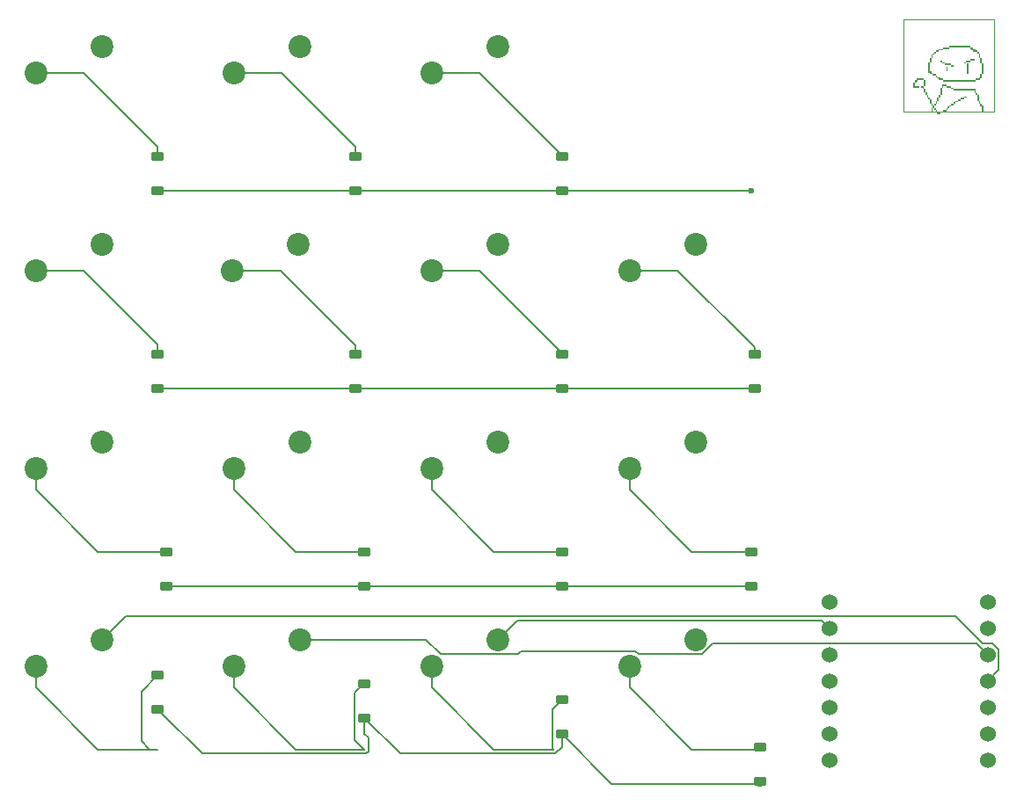
<source format=gbr>
%TF.GenerationSoftware,KiCad,Pcbnew,9.0.2*%
%TF.CreationDate,2025-06-27T23:38:42-07:00*%
%TF.ProjectId,bigMacro,6269674d-6163-4726-9f2e-6b696361645f,rev?*%
%TF.SameCoordinates,Original*%
%TF.FileFunction,Copper,L1,Top*%
%TF.FilePolarity,Positive*%
%FSLAX46Y46*%
G04 Gerber Fmt 4.6, Leading zero omitted, Abs format (unit mm)*
G04 Created by KiCad (PCBNEW 9.0.2) date 2025-06-27 23:38:42*
%MOMM*%
%LPD*%
G01*
G04 APERTURE LIST*
G04 Aperture macros list*
%AMRoundRect*
0 Rectangle with rounded corners*
0 $1 Rounding radius*
0 $2 $3 $4 $5 $6 $7 $8 $9 X,Y pos of 4 corners*
0 Add a 4 corners polygon primitive as box body*
4,1,4,$2,$3,$4,$5,$6,$7,$8,$9,$2,$3,0*
0 Add four circle primitives for the rounded corners*
1,1,$1+$1,$2,$3*
1,1,$1+$1,$4,$5*
1,1,$1+$1,$6,$7*
1,1,$1+$1,$8,$9*
0 Add four rect primitives between the rounded corners*
20,1,$1+$1,$2,$3,$4,$5,0*
20,1,$1+$1,$4,$5,$6,$7,0*
20,1,$1+$1,$6,$7,$8,$9,0*
20,1,$1+$1,$8,$9,$2,$3,0*%
G04 Aperture macros list end*
%TA.AperFunction,EtchedComponent*%
%ADD10C,0.000000*%
%TD*%
%TA.AperFunction,ComponentPad*%
%ADD11C,2.200000*%
%TD*%
%TA.AperFunction,SMDPad,CuDef*%
%ADD12RoundRect,0.225000X0.375000X-0.225000X0.375000X0.225000X-0.375000X0.225000X-0.375000X-0.225000X0*%
%TD*%
%TA.AperFunction,ComponentPad*%
%ADD13C,1.524000*%
%TD*%
%TA.AperFunction,ViaPad*%
%ADD14C,0.600000*%
%TD*%
%TA.AperFunction,Conductor*%
%ADD15C,0.200000*%
%TD*%
G04 APERTURE END LIST*
D10*
%TA.AperFunction,EtchedComponent*%
%TO.C,G\u002A\u002A\u002A*%
G36*
X123079992Y-40439661D02*
G01*
X123079992Y-40582760D01*
X123008443Y-40582760D01*
X122936894Y-40582760D01*
X122936894Y-40439661D01*
X122936894Y-40296563D01*
X123008443Y-40296563D01*
X123079992Y-40296563D01*
X123079992Y-40439661D01*
G37*
%TD.AperFunction*%
%TA.AperFunction,EtchedComponent*%
G36*
X123223091Y-40725858D02*
G01*
X123223091Y-40868957D01*
X123151542Y-40868957D01*
X123079992Y-40868957D01*
X123079992Y-40725858D01*
X123079992Y-40582760D01*
X123151542Y-40582760D01*
X123223091Y-40582760D01*
X123223091Y-40725858D01*
G37*
%TD.AperFunction*%
%TA.AperFunction,EtchedComponent*%
G36*
X123366189Y-41012056D02*
G01*
X123366189Y-41155154D01*
X123294640Y-41155154D01*
X123223091Y-41155154D01*
X123223091Y-41012056D01*
X123223091Y-40868957D01*
X123294640Y-40868957D01*
X123366189Y-40868957D01*
X123366189Y-41012056D01*
G37*
%TD.AperFunction*%
%TA.AperFunction,EtchedComponent*%
G36*
X123509288Y-41226704D02*
G01*
X123509288Y-41298253D01*
X123437739Y-41298253D01*
X123366189Y-41298253D01*
X123366189Y-41226704D01*
X123366189Y-41155154D01*
X123437739Y-41155154D01*
X123509288Y-41155154D01*
X123509288Y-41226704D01*
G37*
%TD.AperFunction*%
%TA.AperFunction,EtchedComponent*%
G36*
X123652387Y-41512901D02*
G01*
X123652387Y-41727549D01*
X123580837Y-41727549D01*
X123509288Y-41727549D01*
X123509288Y-41512901D01*
X123509288Y-41298253D01*
X123580837Y-41298253D01*
X123652387Y-41298253D01*
X123652387Y-41512901D01*
G37*
%TD.AperFunction*%
%TA.AperFunction,EtchedComponent*%
G36*
X124081682Y-38937126D02*
G01*
X124081682Y-39008675D01*
X123938584Y-39008675D01*
X123795485Y-39008675D01*
X123795485Y-38937126D01*
X123795485Y-38865577D01*
X123938584Y-38865577D01*
X124081682Y-38865577D01*
X124081682Y-38937126D01*
G37*
%TD.AperFunction*%
%TA.AperFunction,EtchedComponent*%
G36*
X124081682Y-42228394D02*
G01*
X124081682Y-42299943D01*
X124010133Y-42299943D01*
X123938584Y-42299943D01*
X123938584Y-42228394D01*
X123938584Y-42156844D01*
X124010133Y-42156844D01*
X124081682Y-42156844D01*
X124081682Y-42228394D01*
G37*
%TD.AperFunction*%
%TA.AperFunction,EtchedComponent*%
G36*
X124224781Y-39080225D02*
G01*
X124224781Y-39151774D01*
X124153232Y-39151774D01*
X124081682Y-39151774D01*
X124081682Y-39080225D01*
X124081682Y-39008675D01*
X124153232Y-39008675D01*
X124224781Y-39008675D01*
X124224781Y-39080225D01*
G37*
%TD.AperFunction*%
%TA.AperFunction,EtchedComponent*%
G36*
X124654077Y-37649239D02*
G01*
X124654077Y-37720788D01*
X124582528Y-37720788D01*
X124510978Y-37720788D01*
X124510978Y-37649239D01*
X124510978Y-37577689D01*
X124582528Y-37577689D01*
X124654077Y-37577689D01*
X124654077Y-37649239D01*
G37*
%TD.AperFunction*%
%TA.AperFunction,EtchedComponent*%
G36*
X124940274Y-37792337D02*
G01*
X124940274Y-37863887D01*
X124797175Y-37863887D01*
X124654077Y-37863887D01*
X124654077Y-37792337D01*
X124654077Y-37720788D01*
X124797175Y-37720788D01*
X124940274Y-37720788D01*
X124940274Y-37792337D01*
G37*
%TD.AperFunction*%
%TA.AperFunction,EtchedComponent*%
G36*
X125226471Y-38364732D02*
G01*
X125226471Y-38579380D01*
X125154922Y-38579380D01*
X125083373Y-38579380D01*
X125083373Y-38364732D01*
X125083373Y-38150084D01*
X125154922Y-38150084D01*
X125226471Y-38150084D01*
X125226471Y-38364732D01*
G37*
%TD.AperFunction*%
%TA.AperFunction,EtchedComponent*%
G36*
X125512668Y-37935436D02*
G01*
X125512668Y-38006985D01*
X125226471Y-38006985D01*
X124940274Y-38006985D01*
X124940274Y-37935436D01*
X124940274Y-37863887D01*
X125226471Y-37863887D01*
X125512668Y-37863887D01*
X125512668Y-37935436D01*
G37*
%TD.AperFunction*%
%TA.AperFunction,EtchedComponent*%
G36*
X125512668Y-40081915D02*
G01*
X125512668Y-40153464D01*
X125298020Y-40153464D01*
X125083373Y-40153464D01*
X125083373Y-40081915D01*
X125083373Y-40010365D01*
X125298020Y-40010365D01*
X125512668Y-40010365D01*
X125512668Y-40081915D01*
G37*
%TD.AperFunction*%
%TA.AperFunction,EtchedComponent*%
G36*
X125798866Y-38078534D02*
G01*
X125798866Y-38150084D01*
X125655767Y-38150084D01*
X125512668Y-38150084D01*
X125512668Y-38078534D01*
X125512668Y-38006985D01*
X125655767Y-38006985D01*
X125798866Y-38006985D01*
X125798866Y-38078534D01*
G37*
%TD.AperFunction*%
%TA.AperFunction,EtchedComponent*%
G36*
X125798866Y-40225013D02*
G01*
X125798866Y-40296563D01*
X125655767Y-40296563D01*
X125512668Y-40296563D01*
X125512668Y-40225013D01*
X125512668Y-40153464D01*
X125655767Y-40153464D01*
X125798866Y-40153464D01*
X125798866Y-40225013D01*
G37*
%TD.AperFunction*%
%TA.AperFunction,EtchedComponent*%
G36*
X127229851Y-38364732D02*
G01*
X127229851Y-38865577D01*
X127158302Y-38865577D01*
X127086753Y-38865577D01*
X127086753Y-38364732D01*
X127086753Y-37863887D01*
X127158302Y-37863887D01*
X127229851Y-37863887D01*
X127229851Y-38364732D01*
G37*
%TD.AperFunction*%
%TA.AperFunction,EtchedComponent*%
G36*
X128088443Y-40797408D02*
G01*
X128088443Y-40868957D01*
X128016894Y-40868957D01*
X127945344Y-40868957D01*
X127945344Y-40797408D01*
X127945344Y-40725858D01*
X128016894Y-40725858D01*
X128088443Y-40725858D01*
X128088443Y-40797408D01*
G37*
%TD.AperFunction*%
%TA.AperFunction,EtchedComponent*%
G36*
X128231542Y-36790647D02*
G01*
X128231542Y-36862196D01*
X128159992Y-36862196D01*
X128088443Y-36862196D01*
X128088443Y-36790647D01*
X128088443Y-36719098D01*
X128159992Y-36719098D01*
X128231542Y-36719098D01*
X128231542Y-36790647D01*
G37*
%TD.AperFunction*%
%TA.AperFunction,EtchedComponent*%
G36*
X128231542Y-41155154D02*
G01*
X128231542Y-41441351D01*
X128159992Y-41441351D01*
X128088443Y-41441351D01*
X128088443Y-41155154D01*
X128088443Y-40868957D01*
X128159992Y-40868957D01*
X128231542Y-40868957D01*
X128231542Y-41155154D01*
G37*
%TD.AperFunction*%
%TA.AperFunction,EtchedComponent*%
G36*
X128374640Y-37076844D02*
G01*
X128374640Y-37291492D01*
X128303091Y-37291492D01*
X128231542Y-37291492D01*
X128231542Y-37076844D01*
X128231542Y-36862196D01*
X128303091Y-36862196D01*
X128374640Y-36862196D01*
X128374640Y-37076844D01*
G37*
%TD.AperFunction*%
%TA.AperFunction,EtchedComponent*%
G36*
X128374640Y-41584450D02*
G01*
X128374640Y-41727549D01*
X128303091Y-41727549D01*
X128231542Y-41727549D01*
X128231542Y-41584450D01*
X128231542Y-41441351D01*
X128303091Y-41441351D01*
X128374640Y-41441351D01*
X128374640Y-41584450D01*
G37*
%TD.AperFunction*%
%TA.AperFunction,EtchedComponent*%
G36*
X128517739Y-37577689D02*
G01*
X128517739Y-37863887D01*
X128446189Y-37863887D01*
X128374640Y-37863887D01*
X128374640Y-37577689D01*
X128374640Y-37291492D01*
X128446189Y-37291492D01*
X128517739Y-37291492D01*
X128517739Y-37577689D01*
G37*
%TD.AperFunction*%
%TA.AperFunction,EtchedComponent*%
G36*
X127945344Y-40511211D02*
G01*
X127945344Y-40725858D01*
X127873795Y-40725858D01*
X127802246Y-40725858D01*
X127802246Y-40582760D01*
X127802246Y-40439661D01*
X126800556Y-40439661D01*
X125798866Y-40439661D01*
X125798866Y-40368112D01*
X125798866Y-40296563D01*
X126872105Y-40296563D01*
X127945344Y-40296563D01*
X127945344Y-40511211D01*
G37*
%TD.AperFunction*%
%TA.AperFunction,EtchedComponent*%
G36*
X123079992Y-39724168D02*
G01*
X123079992Y-40010365D01*
X123008443Y-40010365D01*
X122936894Y-40010365D01*
X122936894Y-40153464D01*
X122936894Y-40296563D01*
X122865344Y-40296563D01*
X122793795Y-40296563D01*
X122793795Y-40225013D01*
X122793795Y-40153464D01*
X122722246Y-40153464D01*
X122650697Y-40153464D01*
X122650697Y-40081915D01*
X122650697Y-40010365D01*
X122793795Y-40010365D01*
X122936894Y-40010365D01*
X122936894Y-39724168D01*
X122936894Y-39437971D01*
X123008443Y-39437971D01*
X123079992Y-39437971D01*
X123079992Y-39724168D01*
G37*
%TD.AperFunction*%
%TA.AperFunction,EtchedComponent*%
G36*
X127659147Y-36361351D02*
G01*
X127659147Y-36432901D01*
X127802246Y-36432901D01*
X127945344Y-36432901D01*
X127945344Y-36504450D01*
X127945344Y-36575999D01*
X128016894Y-36575999D01*
X128088443Y-36575999D01*
X128088443Y-36647549D01*
X128088443Y-36719098D01*
X127873795Y-36719098D01*
X127659147Y-36719098D01*
X127659147Y-36647549D01*
X127659147Y-36575999D01*
X127587598Y-36575999D01*
X127516049Y-36575999D01*
X127516049Y-36504450D01*
X127516049Y-36432901D01*
X127444499Y-36432901D01*
X127372950Y-36432901D01*
X127372950Y-36361351D01*
X127372950Y-36289802D01*
X127516049Y-36289802D01*
X127659147Y-36289802D01*
X127659147Y-36361351D01*
G37*
%TD.AperFunction*%
%TA.AperFunction,EtchedComponent*%
G36*
X127802246Y-37506140D02*
G01*
X127802246Y-37577689D01*
X127587598Y-37577689D01*
X127372950Y-37577689D01*
X127372950Y-37649239D01*
X127372950Y-37720788D01*
X127158302Y-37720788D01*
X126943654Y-37720788D01*
X126943654Y-37792337D01*
X126943654Y-37863887D01*
X126872105Y-37863887D01*
X126800556Y-37863887D01*
X126800556Y-37792337D01*
X126800556Y-37720788D01*
X126872105Y-37720788D01*
X126943654Y-37720788D01*
X126943654Y-37649239D01*
X126943654Y-37577689D01*
X127158302Y-37577689D01*
X127372950Y-37577689D01*
X127372950Y-37506140D01*
X127372950Y-37434591D01*
X127587598Y-37434591D01*
X127802246Y-37434591D01*
X127802246Y-37506140D01*
G37*
%TD.AperFunction*%
%TA.AperFunction,EtchedComponent*%
G36*
X122936894Y-39366422D02*
G01*
X122936894Y-39437971D01*
X122650697Y-39437971D01*
X122364499Y-39437971D01*
X122364499Y-39509520D01*
X122364499Y-39581070D01*
X122292950Y-39581070D01*
X122221401Y-39581070D01*
X122221401Y-39652619D01*
X122221401Y-39724168D01*
X122149851Y-39724168D01*
X122078302Y-39724168D01*
X122078302Y-39867267D01*
X122078302Y-40010365D01*
X122292950Y-40010365D01*
X122507598Y-40010365D01*
X122507598Y-40081915D01*
X122507598Y-40153464D01*
X122221401Y-40153464D01*
X121935204Y-40153464D01*
X121935204Y-39938816D01*
X121935204Y-39724168D01*
X122006753Y-39724168D01*
X122078302Y-39724168D01*
X122078302Y-39581070D01*
X122078302Y-39437971D01*
X122149851Y-39437971D01*
X122221401Y-39437971D01*
X122221401Y-39366422D01*
X122221401Y-39294873D01*
X122579147Y-39294873D01*
X122936894Y-39294873D01*
X122936894Y-39366422D01*
G37*
%TD.AperFunction*%
%TA.AperFunction,EtchedComponent*%
G36*
X128660837Y-38364732D02*
G01*
X128660837Y-38865577D01*
X128589288Y-38865577D01*
X128517739Y-38865577D01*
X128517739Y-39080225D01*
X128517739Y-39294873D01*
X128446189Y-39294873D01*
X128374640Y-39294873D01*
X128374640Y-39366422D01*
X128374640Y-39437971D01*
X128159992Y-39437971D01*
X127945344Y-39437971D01*
X127945344Y-39509520D01*
X127945344Y-39581070D01*
X126371260Y-39581070D01*
X124797175Y-39581070D01*
X124797175Y-39509520D01*
X124797175Y-39437971D01*
X124582528Y-39437971D01*
X124367880Y-39437971D01*
X124367880Y-39366422D01*
X124367880Y-39294873D01*
X124296330Y-39294873D01*
X124224781Y-39294873D01*
X124224781Y-39223323D01*
X124224781Y-39151774D01*
X124367880Y-39151774D01*
X124510978Y-39151774D01*
X124510978Y-39223323D01*
X124510978Y-39294873D01*
X124654077Y-39294873D01*
X124797175Y-39294873D01*
X124797175Y-39366422D01*
X124797175Y-39437971D01*
X126371260Y-39437971D01*
X127945344Y-39437971D01*
X127945344Y-39366422D01*
X127945344Y-39294873D01*
X128088443Y-39294873D01*
X128231542Y-39294873D01*
X128231542Y-39223323D01*
X128231542Y-39151774D01*
X128303091Y-39151774D01*
X128374640Y-39151774D01*
X128374640Y-39008675D01*
X128374640Y-38865577D01*
X128446189Y-38865577D01*
X128517739Y-38865577D01*
X128517739Y-38364732D01*
X128517739Y-37863887D01*
X128589288Y-37863887D01*
X128660837Y-37863887D01*
X128660837Y-38364732D01*
G37*
%TD.AperFunction*%
%TA.AperFunction,EtchedComponent*%
G36*
X129805626Y-38078534D02*
G01*
X129805626Y-42586140D01*
X127158302Y-42586140D01*
X124510978Y-42586140D01*
X124510978Y-42657689D01*
X124510978Y-42729239D01*
X124367880Y-42729239D01*
X124224781Y-42729239D01*
X124224781Y-42657689D01*
X124224781Y-42586140D01*
X122579147Y-42586140D01*
X120933513Y-42586140D01*
X120933513Y-42443042D01*
X121076612Y-42443042D01*
X122364499Y-42443042D01*
X123652387Y-42443042D01*
X123652387Y-42299943D01*
X123652387Y-42156844D01*
X123723936Y-42156844D01*
X123795485Y-42156844D01*
X123795485Y-42299943D01*
X123795485Y-42443042D01*
X123938584Y-42443042D01*
X124081682Y-42443042D01*
X124081682Y-42371492D01*
X124081682Y-42299943D01*
X124153232Y-42299943D01*
X124224781Y-42299943D01*
X124224781Y-42371492D01*
X124224781Y-42443042D01*
X124510978Y-42443042D01*
X124797175Y-42443042D01*
X124797175Y-42371492D01*
X124797175Y-42299943D01*
X124940274Y-42299943D01*
X125083373Y-42299943D01*
X125083373Y-42371492D01*
X125083373Y-42443042D01*
X126800556Y-42443042D01*
X128517739Y-42443042D01*
X128517739Y-42228394D01*
X128517739Y-42013746D01*
X128446189Y-42013746D01*
X128374640Y-42013746D01*
X128374640Y-41870647D01*
X128374640Y-41727549D01*
X128446189Y-41727549D01*
X128517739Y-41727549D01*
X128517739Y-41799098D01*
X128517739Y-41870647D01*
X128589288Y-41870647D01*
X128660837Y-41870647D01*
X128660837Y-42156844D01*
X128660837Y-42443042D01*
X129161682Y-42443042D01*
X129662528Y-42443042D01*
X129662528Y-38078534D01*
X129662528Y-33714027D01*
X125369570Y-33714027D01*
X121076612Y-33714027D01*
X121076612Y-38078534D01*
X121076612Y-42443042D01*
X120933513Y-42443042D01*
X120933513Y-38078534D01*
X120933513Y-33570929D01*
X125369570Y-33570929D01*
X129805626Y-33570929D01*
X129805626Y-38078534D01*
G37*
%TD.AperFunction*%
%TA.AperFunction,EtchedComponent*%
G36*
X125083373Y-39938816D02*
G01*
X125083373Y-40010365D01*
X124940274Y-40010365D01*
X124797175Y-40010365D01*
X124797175Y-40081915D01*
X124797175Y-40153464D01*
X124725626Y-40153464D01*
X124654077Y-40153464D01*
X124654077Y-40511211D01*
X124654077Y-40868957D01*
X124582528Y-40868957D01*
X124510978Y-40868957D01*
X124510978Y-41012056D01*
X124510978Y-41155154D01*
X124439429Y-41155154D01*
X124367880Y-41155154D01*
X124367880Y-41298253D01*
X124367880Y-41441351D01*
X124296330Y-41441351D01*
X124224781Y-41441351D01*
X124224781Y-41584450D01*
X124224781Y-41727549D01*
X124153232Y-41727549D01*
X124081682Y-41727549D01*
X124081682Y-41799098D01*
X124081682Y-41870647D01*
X124010133Y-41870647D01*
X123938584Y-41870647D01*
X123938584Y-42013746D01*
X123938584Y-42156844D01*
X123867035Y-42156844D01*
X123795485Y-42156844D01*
X123795485Y-42013746D01*
X123795485Y-41870647D01*
X123723936Y-41870647D01*
X123652387Y-41870647D01*
X123652387Y-41799098D01*
X123652387Y-41727549D01*
X123723936Y-41727549D01*
X123795485Y-41727549D01*
X123795485Y-41799098D01*
X123795485Y-41870647D01*
X123867035Y-41870647D01*
X123938584Y-41870647D01*
X123938584Y-41799098D01*
X123938584Y-41727549D01*
X124010133Y-41727549D01*
X124081682Y-41727549D01*
X124081682Y-41584450D01*
X124081682Y-41441351D01*
X124153232Y-41441351D01*
X124224781Y-41441351D01*
X124224781Y-41298253D01*
X124224781Y-41155154D01*
X124296330Y-41155154D01*
X124367880Y-41155154D01*
X124367880Y-41012056D01*
X124367880Y-40868957D01*
X124439429Y-40868957D01*
X124510978Y-40868957D01*
X124510978Y-40511211D01*
X124510978Y-40153464D01*
X124582528Y-40153464D01*
X124654077Y-40153464D01*
X124654077Y-40010365D01*
X124654077Y-39867267D01*
X124868725Y-39867267D01*
X125083373Y-39867267D01*
X125083373Y-39938816D01*
G37*
%TD.AperFunction*%
%TA.AperFunction,EtchedComponent*%
G36*
X127086753Y-41083605D02*
G01*
X127086753Y-41155154D01*
X126943654Y-41155154D01*
X126800556Y-41155154D01*
X126800556Y-41226704D01*
X126800556Y-41298253D01*
X126657457Y-41298253D01*
X126514358Y-41298253D01*
X126514358Y-41369802D01*
X126514358Y-41441351D01*
X126371260Y-41441351D01*
X126228161Y-41441351D01*
X126228161Y-41512901D01*
X126228161Y-41584450D01*
X126085063Y-41584450D01*
X125941964Y-41584450D01*
X125941964Y-41655999D01*
X125941964Y-41727549D01*
X125870415Y-41727549D01*
X125798866Y-41727549D01*
X125798866Y-41799098D01*
X125798866Y-41870647D01*
X125655767Y-41870647D01*
X125512668Y-41870647D01*
X125512668Y-41942196D01*
X125512668Y-42013746D01*
X125441119Y-42013746D01*
X125369570Y-42013746D01*
X125369570Y-42085295D01*
X125369570Y-42156844D01*
X125298020Y-42156844D01*
X125226471Y-42156844D01*
X125226471Y-42228394D01*
X125226471Y-42299943D01*
X125154922Y-42299943D01*
X125083373Y-42299943D01*
X125083373Y-42228394D01*
X125083373Y-42156844D01*
X125154922Y-42156844D01*
X125226471Y-42156844D01*
X125226471Y-42085295D01*
X125226471Y-42013746D01*
X125298020Y-42013746D01*
X125369570Y-42013746D01*
X125369570Y-41942196D01*
X125369570Y-41870647D01*
X125441119Y-41870647D01*
X125512668Y-41870647D01*
X125512668Y-41799098D01*
X125512668Y-41727549D01*
X125655767Y-41727549D01*
X125798866Y-41727549D01*
X125798866Y-41655999D01*
X125798866Y-41584450D01*
X125870415Y-41584450D01*
X125941964Y-41584450D01*
X125941964Y-41512901D01*
X125941964Y-41441351D01*
X126085063Y-41441351D01*
X126228161Y-41441351D01*
X126228161Y-41369802D01*
X126228161Y-41298253D01*
X126371260Y-41298253D01*
X126514358Y-41298253D01*
X126514358Y-41226704D01*
X126514358Y-41155154D01*
X126657457Y-41155154D01*
X126800556Y-41155154D01*
X126800556Y-41083605D01*
X126800556Y-41012056D01*
X126943654Y-41012056D01*
X127086753Y-41012056D01*
X127086753Y-41083605D01*
G37*
%TD.AperFunction*%
%TA.AperFunction,EtchedComponent*%
G36*
X127372950Y-36218253D02*
G01*
X127372950Y-36289802D01*
X126371260Y-36289802D01*
X125369570Y-36289802D01*
X125369570Y-36361351D01*
X125369570Y-36432901D01*
X125083373Y-36432901D01*
X124797175Y-36432901D01*
X124797175Y-36504450D01*
X124797175Y-36575999D01*
X124582528Y-36575999D01*
X124367880Y-36575999D01*
X124367880Y-36647549D01*
X124367880Y-36719098D01*
X124224781Y-36719098D01*
X124081682Y-36719098D01*
X124081682Y-36790647D01*
X124081682Y-36862196D01*
X124010133Y-36862196D01*
X123938584Y-36862196D01*
X123938584Y-36933746D01*
X123938584Y-37005295D01*
X123867035Y-37005295D01*
X123795485Y-37005295D01*
X123795485Y-37148394D01*
X123795485Y-37291492D01*
X123723936Y-37291492D01*
X123652387Y-37291492D01*
X123652387Y-37506140D01*
X123652387Y-37720788D01*
X123580837Y-37720788D01*
X123509288Y-37720788D01*
X123509288Y-38150084D01*
X123509288Y-38579380D01*
X123580837Y-38579380D01*
X123652387Y-38579380D01*
X123652387Y-38650929D01*
X123652387Y-38722478D01*
X123723936Y-38722478D01*
X123795485Y-38722478D01*
X123795485Y-38794027D01*
X123795485Y-38865577D01*
X123652387Y-38865577D01*
X123509288Y-38865577D01*
X123509288Y-38794027D01*
X123509288Y-38722478D01*
X123437739Y-38722478D01*
X123366189Y-38722478D01*
X123366189Y-38221633D01*
X123366189Y-37720788D01*
X123437739Y-37720788D01*
X123509288Y-37720788D01*
X123509288Y-37506140D01*
X123509288Y-37291492D01*
X123580837Y-37291492D01*
X123652387Y-37291492D01*
X123652387Y-37148394D01*
X123652387Y-37005295D01*
X123723936Y-37005295D01*
X123795485Y-37005295D01*
X123795485Y-36933746D01*
X123795485Y-36862196D01*
X123867035Y-36862196D01*
X123938584Y-36862196D01*
X123938584Y-36790647D01*
X123938584Y-36719098D01*
X124010133Y-36719098D01*
X124081682Y-36719098D01*
X124081682Y-36647549D01*
X124081682Y-36575999D01*
X124224781Y-36575999D01*
X124367880Y-36575999D01*
X124367880Y-36504450D01*
X124367880Y-36432901D01*
X124582528Y-36432901D01*
X124797175Y-36432901D01*
X124797175Y-36361351D01*
X124797175Y-36289802D01*
X125083373Y-36289802D01*
X125369570Y-36289802D01*
X125369570Y-36218253D01*
X125369570Y-36146704D01*
X126371260Y-36146704D01*
X127372950Y-36146704D01*
X127372950Y-36218253D01*
G37*
%TD.AperFunction*%
%TD*%
D11*
%TO.P,MX15,1,COL*%
%TO.N,/COL2*%
X81915000Y-93345000D03*
%TO.P,MX15,2,ROW*%
%TO.N,Net-(D17-A)*%
X75565000Y-95885000D03*
%TD*%
D12*
%TO.P,D7,1,K*%
%TO.N,/ROW0*%
X88106250Y-50068750D03*
%TO.P,D7,2,A*%
%TO.N,Net-(D7-A)*%
X88106250Y-46768750D03*
%TD*%
D11*
%TO.P,MX9,1,COL*%
%TO.N,/COL0*%
X43815000Y-74295000D03*
%TO.P,MX9,2,ROW*%
%TO.N,Net-(D11-A)*%
X37465000Y-76835000D03*
%TD*%
%TO.P,MX5,1,COL*%
%TO.N,/COL2*%
X81915000Y-36195000D03*
%TO.P,MX5,2,ROW*%
%TO.N,Net-(D7-A)*%
X75565000Y-38735000D03*
%TD*%
D12*
%TO.P,D12,1,K*%
%TO.N,/ROW2*%
X69056250Y-88168750D03*
%TO.P,D12,2,A*%
%TO.N,Net-(D12-A)*%
X69056250Y-84868750D03*
%TD*%
%TO.P,D18,1,K*%
%TO.N,/ROW3*%
X107134730Y-106992442D03*
%TO.P,D18,2,A*%
%TO.N,Net-(D18-A)*%
X107134730Y-103692442D03*
%TD*%
%TO.P,D3,1,K*%
%TO.N,/ROW1*%
X49212500Y-69181250D03*
%TO.P,D3,2,A*%
%TO.N,Net-(D3-A)*%
X49212500Y-65881250D03*
%TD*%
%TO.P,D8,1,K*%
%TO.N,/ROW1*%
X88106250Y-69181250D03*
%TO.P,D8,2,A*%
%TO.N,Net-(D8-A)*%
X88106250Y-65881250D03*
%TD*%
%TO.P,D10,1,K*%
%TO.N,/ROW1*%
X106631250Y-69181250D03*
%TO.P,D10,2,A*%
%TO.N,Net-(D10-A)*%
X106631250Y-65881250D03*
%TD*%
D11*
%TO.P,MX6,1,COL*%
%TO.N,/COL2*%
X81915000Y-55245000D03*
%TO.P,MX6,2,ROW*%
%TO.N,Net-(D8-A)*%
X75565000Y-57785000D03*
%TD*%
%TO.P,MX3,1,COL*%
%TO.N,/COL0*%
X43815000Y-55245000D03*
%TO.P,MX3,2,ROW*%
%TO.N,Net-(D3-A)*%
X37465000Y-57785000D03*
%TD*%
%TO.P,MX1,1,COL*%
%TO.N,/COL0*%
X43815000Y-36195000D03*
%TO.P,MX1,2,ROW*%
%TO.N,Net-(D1-A)*%
X37465000Y-38735000D03*
%TD*%
D12*
%TO.P,D11,1,K*%
%TO.N,/ROW2*%
X50006250Y-88168750D03*
%TO.P,D11,2,A*%
%TO.N,Net-(D11-A)*%
X50006250Y-84868750D03*
%TD*%
D11*
%TO.P,MX4,1,COL*%
%TO.N,/COL1*%
X62706250Y-55245000D03*
%TO.P,MX4,2,ROW*%
%TO.N,Net-(D4-A)*%
X56356250Y-57785000D03*
%TD*%
%TO.P,MX2,1,COL*%
%TO.N,/COL1*%
X62865000Y-36195000D03*
%TO.P,MX2,2,ROW*%
%TO.N,Net-(D2-A)*%
X56515000Y-38735000D03*
%TD*%
%TO.P,MX14,1,COL*%
%TO.N,/COL1*%
X62865000Y-93345000D03*
%TO.P,MX14,2,ROW*%
%TO.N,Net-(D16-A)*%
X56515000Y-95885000D03*
%TD*%
%TO.P,MX11,1,COL*%
%TO.N,/COL2*%
X81915000Y-74295000D03*
%TO.P,MX11,2,ROW*%
%TO.N,Net-(D13-A)*%
X75565000Y-76835000D03*
%TD*%
D12*
%TO.P,D1,1,K*%
%TO.N,/ROW0*%
X49212500Y-50068750D03*
%TO.P,D1,2,A*%
%TO.N,Net-(D1-A)*%
X49212500Y-46768750D03*
%TD*%
D11*
%TO.P,MX12,1,COL*%
%TO.N,/COL3*%
X100965000Y-74295000D03*
%TO.P,MX12,2,ROW*%
%TO.N,Net-(D14-A)*%
X94615000Y-76835000D03*
%TD*%
%TO.P,MX8,1,COL*%
%TO.N,/COL3*%
X100965000Y-55245000D03*
%TO.P,MX8,2,ROW*%
%TO.N,Net-(D10-A)*%
X94615000Y-57785000D03*
%TD*%
D12*
%TO.P,D2,1,K*%
%TO.N,/ROW0*%
X68262500Y-50068750D03*
%TO.P,D2,2,A*%
%TO.N,Net-(D2-A)*%
X68262500Y-46768750D03*
%TD*%
%TO.P,D15,1,K*%
%TO.N,/ROW3*%
X49212500Y-100075000D03*
%TO.P,D15,2,A*%
%TO.N,Net-(D15-A)*%
X49212500Y-96775000D03*
%TD*%
%TO.P,D13,1,K*%
%TO.N,/ROW2*%
X88106250Y-88168750D03*
%TO.P,D13,2,A*%
%TO.N,Net-(D13-A)*%
X88106250Y-84868750D03*
%TD*%
%TO.P,D4,1,K*%
%TO.N,/ROW1*%
X68262500Y-69181250D03*
%TO.P,D4,2,A*%
%TO.N,Net-(D4-A)*%
X68262500Y-65881250D03*
%TD*%
%TO.P,D17,1,K*%
%TO.N,/ROW3*%
X88106250Y-102456250D03*
%TO.P,D17,2,A*%
%TO.N,Net-(D17-A)*%
X88106250Y-99156250D03*
%TD*%
%TO.P,D14,1,K*%
%TO.N,/ROW2*%
X106362500Y-88168750D03*
%TO.P,D14,2,A*%
%TO.N,Net-(D14-A)*%
X106362500Y-84868750D03*
%TD*%
D11*
%TO.P,MX13,1,COL*%
%TO.N,/COL0*%
X43815000Y-93345000D03*
%TO.P,MX13,2,ROW*%
%TO.N,Net-(D15-A)*%
X37465000Y-95885000D03*
%TD*%
%TO.P,MX16,1,COL*%
%TO.N,/COL3*%
X100965000Y-93345000D03*
%TO.P,MX16,2,ROW*%
%TO.N,Net-(D18-A)*%
X94615000Y-95885000D03*
%TD*%
%TO.P,MX10,1,COL*%
%TO.N,/COL1*%
X62865000Y-74295000D03*
%TO.P,MX10,2,ROW*%
%TO.N,Net-(D12-A)*%
X56515000Y-76835000D03*
%TD*%
D12*
%TO.P,D16,1,K*%
%TO.N,/ROW3*%
X69056250Y-100868750D03*
%TO.P,D16,2,A*%
%TO.N,Net-(D16-A)*%
X69056250Y-97568750D03*
%TD*%
D13*
%TO.P,U2,1,GPIO26/ADC0/A0*%
%TO.N,unconnected-(U2-GPIO26{slash}ADC0{slash}A0-Pad1)*%
X113823750Y-104933750D03*
%TO.P,U2,2,GPIO27/ADC1/A1*%
%TO.N,unconnected-(U2-GPIO27{slash}ADC1{slash}A1-Pad2)*%
X113823750Y-102393750D03*
%TO.P,U2,3,GPIO28/ADC2/A2*%
%TO.N,/ROW2*%
X113823750Y-99853750D03*
%TO.P,U2,4,GPIO29/ADC3/A3*%
%TO.N,/ROW3*%
X113823750Y-97313750D03*
%TO.P,U2,5,GPIO6/SDA*%
%TO.N,Net-(D5-DIN)*%
X113823750Y-94773750D03*
%TO.P,U2,6,GPIO7/SCL*%
%TO.N,/COL2*%
X113823750Y-92233750D03*
%TO.P,U2,7,GPIO0/TX*%
%TO.N,/COL3*%
X113823750Y-89693750D03*
%TO.P,U2,8,GPIO1/RX*%
%TO.N,/ROW0*%
X129063750Y-89693750D03*
%TO.P,U2,9,GPIO2/SCK*%
%TO.N,/ROW1*%
X129063750Y-92233750D03*
%TO.P,U2,10,GPIO4/MISO*%
%TO.N,/COL1*%
X129063750Y-94773750D03*
%TO.P,U2,11,GPIO3/MOSI*%
%TO.N,/COL0*%
X129063750Y-97313750D03*
%TO.P,U2,12,3V3*%
%TO.N,unconnected-(U2-3V3-Pad12)*%
X129063750Y-99853750D03*
%TO.P,U2,13,GND*%
%TO.N,GND*%
X129063750Y-102393750D03*
%TO.P,U2,14,VBUS*%
%TO.N,+5V*%
X129063750Y-104933750D03*
%TD*%
D14*
%TO.N,/ROW0*%
X106362500Y-50068750D03*
%TO.N,/ROW1*%
X106631250Y-69181250D03*
%TO.N,/ROW2*%
X106362500Y-88168750D03*
%TO.N,/ROW3*%
X107156250Y-107218750D03*
%TD*%
D15*
%TO.N,Net-(D1-A)*%
X42059816Y-38735000D02*
X49212500Y-45887684D01*
X37465000Y-38735000D02*
X42059816Y-38735000D01*
X49212500Y-45887684D02*
X49212500Y-46768750D01*
%TO.N,/ROW0*%
X49212500Y-50068750D02*
X106362500Y-50068750D01*
%TO.N,Net-(D2-A)*%
X56515000Y-38735000D02*
X61109816Y-38735000D01*
X61109816Y-38735000D02*
X68262500Y-45887684D01*
X68262500Y-45887684D02*
X68262500Y-46768750D01*
%TO.N,Net-(D3-A)*%
X42059816Y-57785000D02*
X49212500Y-64937684D01*
X49212500Y-64937684D02*
X49212500Y-65881250D01*
X37465000Y-57785000D02*
X42059816Y-57785000D01*
%TO.N,/ROW1*%
X49212500Y-69181250D02*
X106631250Y-69181250D01*
%TO.N,Net-(D4-A)*%
X61007780Y-57785000D02*
X68262500Y-65039720D01*
X68262500Y-65039720D02*
X68262500Y-65881250D01*
X56356250Y-57785000D02*
X61007780Y-57785000D01*
%TO.N,/COL0*%
X129504060Y-93710750D02*
X128623440Y-93710750D01*
X129063750Y-97313750D02*
X130126750Y-96250750D01*
X130126750Y-94333440D02*
X129504060Y-93710750D01*
X125983441Y-91070751D02*
X46089249Y-91070751D01*
X128623440Y-93710750D02*
X125983441Y-91070751D01*
X130126750Y-96250750D02*
X130126750Y-94333440D01*
X46089249Y-91070751D02*
X43815000Y-93345000D01*
%TO.N,/COL1*%
X101545314Y-94746000D02*
X95457314Y-94746000D01*
X129063750Y-94773750D02*
X128000750Y-93710750D01*
X128000750Y-93710750D02*
X102580564Y-93710750D01*
X95457314Y-94746000D02*
X95167564Y-94456250D01*
X84137500Y-94456250D02*
X83847750Y-94746000D01*
X76407314Y-94746000D02*
X75006314Y-93345000D01*
X95167564Y-94456250D02*
X84137500Y-94456250D01*
X102580564Y-93710750D02*
X101545314Y-94746000D01*
X75006314Y-93345000D02*
X62865000Y-93345000D01*
X83847750Y-94746000D02*
X76407314Y-94746000D01*
%TO.N,Net-(D7-A)*%
X80159816Y-38735000D02*
X88106250Y-46681434D01*
X88106250Y-46681434D02*
X88106250Y-46768750D01*
X75565000Y-38735000D02*
X80159816Y-38735000D01*
%TO.N,Net-(D8-A)*%
X88106250Y-65731434D02*
X88106250Y-65881250D01*
X80159816Y-57785000D02*
X88106250Y-65731434D01*
X75565000Y-57785000D02*
X80159816Y-57785000D01*
%TO.N,Net-(D10-A)*%
X94615000Y-57785000D02*
X99209816Y-57785000D01*
X99209816Y-57785000D02*
X106631250Y-65206434D01*
X106631250Y-65206434D02*
X106631250Y-65881250D01*
%TO.N,/COL2*%
X113061751Y-91471751D02*
X83788249Y-91471751D01*
X113823750Y-92233750D02*
X113061751Y-91471751D01*
X83788249Y-91471751D02*
X81915000Y-93345000D01*
%TO.N,Net-(D11-A)*%
X43443934Y-84868750D02*
X50006250Y-84868750D01*
X37465000Y-76835000D02*
X37465000Y-78889816D01*
X37465000Y-78889816D02*
X43443934Y-84868750D01*
%TO.N,/ROW2*%
X50006250Y-88168750D02*
X106362500Y-88168750D01*
%TO.N,Net-(D12-A)*%
X56515000Y-78889816D02*
X62493934Y-84868750D01*
X56515000Y-76835000D02*
X56515000Y-78889816D01*
X62493934Y-84868750D02*
X69056250Y-84868750D01*
%TO.N,Net-(D13-A)*%
X81543934Y-84868750D02*
X88106250Y-84868750D01*
X75565000Y-78889816D02*
X81543934Y-84868750D01*
X75565000Y-76835000D02*
X75565000Y-78889816D01*
%TO.N,Net-(D14-A)*%
X94615000Y-78889816D02*
X100593934Y-84868750D01*
X100593934Y-84868750D02*
X106362500Y-84868750D01*
X94615000Y-76835000D02*
X94615000Y-78889816D01*
%TO.N,/ROW3*%
X49613500Y-100476000D02*
X53457250Y-104319750D01*
X69056250Y-100868750D02*
X72507250Y-104319750D01*
X72507250Y-104319750D02*
X87478600Y-104319750D01*
X69457250Y-104084850D02*
X69457250Y-102794750D01*
X88106250Y-102456250D02*
X92868750Y-107218750D01*
X69222350Y-104319750D02*
X69457250Y-104084850D01*
X53457250Y-104319750D02*
X69222350Y-104319750D01*
X49613500Y-100476000D02*
X49212500Y-100075000D01*
X87478600Y-104319750D02*
X88106250Y-103692100D01*
X69056250Y-102393750D02*
X69056250Y-100868750D01*
X69457250Y-102794750D02*
X69056250Y-102393750D01*
X92868750Y-107218750D02*
X107156250Y-107218750D01*
X88106250Y-103692100D02*
X88106250Y-102456250D01*
%TO.N,Net-(D15-A)*%
X43443934Y-103918750D02*
X48418750Y-103918750D01*
X48418750Y-103918750D02*
X49212500Y-103918750D01*
X48418750Y-103918750D02*
X47625000Y-103125000D01*
X47625000Y-98362500D02*
X49212500Y-96775000D01*
X37465000Y-97939816D02*
X43443934Y-103918750D01*
X37465000Y-95885000D02*
X37465000Y-97939816D01*
X47625000Y-103125000D02*
X47625000Y-98362500D01*
%TO.N,Net-(D16-A)*%
X68155250Y-103017750D02*
X68155250Y-98469750D01*
X62493934Y-103918750D02*
X69056250Y-103918750D01*
X68155250Y-98469750D02*
X69056250Y-97568750D01*
X56515000Y-95885000D02*
X56515000Y-97939816D01*
X56515000Y-97939816D02*
X62493934Y-103918750D01*
X69056250Y-103918750D02*
X68155250Y-103017750D01*
%TO.N,Net-(D17-A)*%
X87205250Y-103811500D02*
X87205250Y-100057250D01*
X75565000Y-95885000D02*
X75565000Y-97939816D01*
X81543934Y-103918750D02*
X87312500Y-103918750D01*
X75565000Y-97939816D02*
X81543934Y-103918750D01*
X87205250Y-100057250D02*
X88106250Y-99156250D01*
X87312500Y-103918750D02*
X87205250Y-103811500D01*
%TO.N,Net-(D18-A)*%
X94615000Y-95885000D02*
X94615000Y-97939816D01*
X100593934Y-103918750D02*
X107156250Y-103918750D01*
X94615000Y-97939816D02*
X100593934Y-103918750D01*
%TD*%
M02*

</source>
